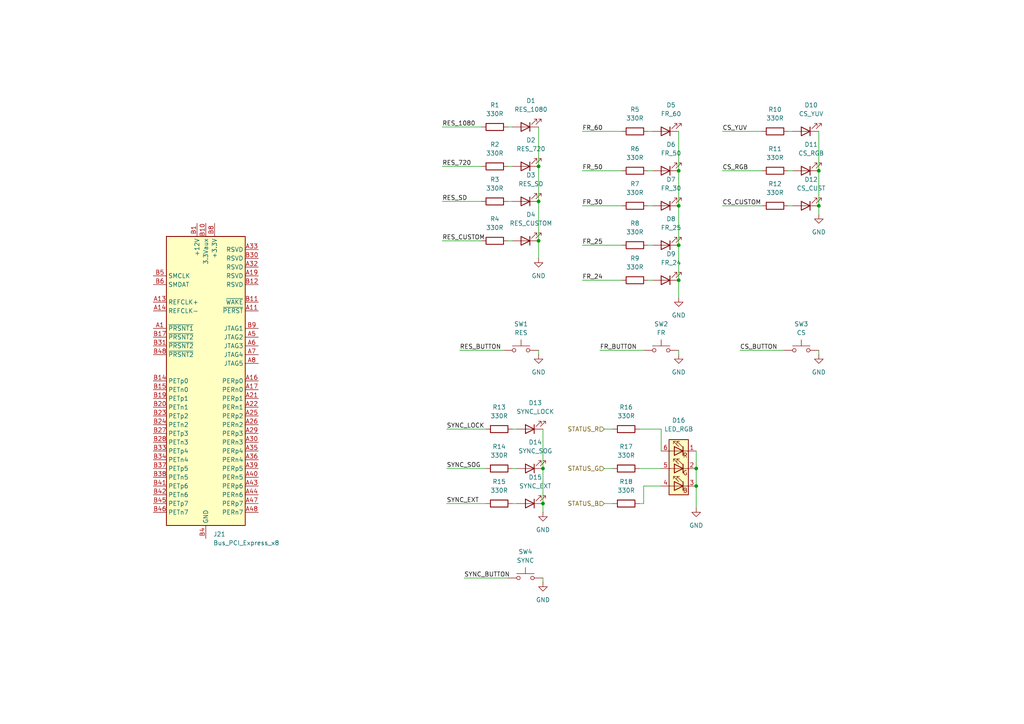
<source format=kicad_sch>
(kicad_sch (version 20250114) (generator "eeschema") (generator_version "9.0")
  (paper "A4")
  (lib_symbols
    (symbol "Connector:Bus_PCI_Express_x8"
      (property "Reference" "J" (at -8.89 43.18 0))
      (property "Value" "Bus_PCI_Express_x8" (at 12.7 43.18 0))
      (symbol "Bus_PCI_Express_x8_0_1"
        (rectangle (start -11.43 41.91) (end 11.43 -41.91) (stroke (width 0.254)) (fill (type background)))
      )
      (symbol "Bus_PCI_Express_x8_1_1"
        (pin input line (at -15.24 30.48 0) (length 3.81) (name "SMCLK") (number "B5"))
        (pin bidirectional line (at -15.24 27.94 0) (length 3.81) (name "SMDAT") (number "B6"))
        (pin input line (at -15.24 22.86 0) (length 3.81) (name "REFCLK+") (number "A13"))
        (pin input line (at -15.24 20.32 0) (length 3.81) (name "REFCLK-") (number "A14"))
        (pin passive line (at -15.24 15.24 0) (length 3.81) (name "~{PRSNT1}") (number "A1"))
        (pin passive line (at -15.24 12.7 0) (length 3.81) (name "~{PRSNT2}") (number "B17"))
        (pin passive line (at -15.24 10.16 0) (length 3.81) (name "~{PRSNT2}") (number "B31"))
        (pin passive line (at -15.24 7.62 0) (length 3.81) (name "~{PRSNT2}") (number "B48"))
        (pin input line (at -15.24 0 0) (length 3.81) (name "PETp0") (number "B14"))
        (pin input line (at -15.24 -2.54 0) (length 3.81) (name "PETn0") (number "B15"))
        (pin input line (at -15.24 -5.08 0) (length 3.81) (name "PETp1") (number "B19"))
        (pin input line (at -15.24 -7.62 0) (length 3.81) (name "PETn1") (number "B20"))
        (pin input line (at -15.24 -10.16 0) (length 3.81) (name "PETp2") (number "B23"))
        (pin input line (at -15.24 -12.7 0) (length 3.81) (name "PETn2") (number "B24"))
        (pin input line (at -15.24 -15.24 0) (length 3.81) (name "PETp3") (number "B27"))
        (pin input line (at -15.24 -17.78 0) (length 3.81) (name "PETn3") (number "B28"))
        (pin input line (at -15.24 -20.32 0) (length 3.81) (name "PETp4") (number "B33"))
        (pin input line (at -15.24 -22.86 0) (length 3.81) (name "PETn4") (number "B34"))
        (pin input line (at -15.24 -25.4 0) (length 3.81) (name "PETp5") (number "B37"))
        (pin input line (at -15.24 -27.94 0) (length 3.81) (name "PETn5") (number "B38"))
        (pin input line (at -15.24 -30.48 0) (length 3.81) (name "PETp6") (number "B41"))
        (pin input line (at -15.24 -33.02 0) (length 3.81) (name "PETn6") (number "B42"))
        (pin input line (at -15.24 -35.56 0) (length 3.81) (name "PETp7") (number "B45"))
        (pin input line (at -15.24 -38.1 0) (length 3.81) (name "PETn7") (number "B46"))
        (pin passive line (at -2.54 45.72 270) (length 3.81) (hide yes) (name "+12V") (number "A2"))
        (pin passive line (at -2.54 45.72 270) (length 3.81) (hide yes) (name "+12V") (number "A3"))
        (pin power_in line (at -2.54 45.72 270) (length 3.81) (name "+12V") (number "B1"))
        (pin passive line (at -2.54 45.72 270) (length 3.81) (hide yes) (name "+12V") (number "B2"))
        (pin passive line (at -2.54 45.72 270) (length 3.81) (hide yes) (name "+12V") (number "B3"))
        (pin power_in line (at 0 45.72 270) (length 3.81) (name "3.3Vaux") (number "B10"))
        (pin passive line (at 0 -45.72 90) (length 3.81) (hide yes) (name "GND") (number "A12"))
        (pin passive line (at 0 -45.72 90) (length 3.81) (hide yes) (name "GND") (number "A15"))
        (pin passive line (at 0 -45.72 90) (length 3.81) (hide yes) (name "GND") (number "A18"))
        (pin passive line (at 0 -45.72 90) (length 3.81) (hide yes) (name "GND") (number "A20"))
        (pin passive line (at 0 -45.72 90) (length 3.81) (hide yes) (name "GND") (number "A23"))
        (pin passive line (at 0 -45.72 90) (length 3.81) (hide yes) (name "GND") (number "A24"))
        (pin passive line (at 0 -45.72 90) (length 3.81) (hide yes) (name "GND") (number "A27"))
        (pin passive line (at 0 -45.72 90) (length 3.81) (hide yes) (name "GND") (number "A28"))
        (pin passive line (at 0 -45.72 90) (length 3.81) (hide yes) (name "GND") (number "A31"))
        (pin passive line (at 0 -45.72 90) (length 3.81) (hide yes) (name "GND") (number "A34"))
        (pin passive line (at 0 -45.72 90) (length 3.81) (hide yes) (name "GND") (number "A37"))
        (pin passive line (at 0 -45.72 90) (length 3.81) (hide yes) (name "GND") (number "A38"))
        (pin passive line (at 0 -45.72 90) (length 3.81) (hide yes) (name "GND") (number "A4"))
        (pin passive line (at 0 -45.72 90) (length 3.81) (hide yes) (name "GND") (number "A41"))
        (pin passive line (at 0 -45.72 90) (length 3.81) (hide yes) (name "GND") (number "A42"))
        (pin passive line (at 0 -45.72 90) (length 3.81) (hide yes) (name "GND") (number "A45"))
        (pin passive line (at 0 -45.72 90) (length 3.81) (hide yes) (name "GND") (number "A46"))
        (pin passive line (at 0 -45.72 90) (length 3.81) (hide yes) (name "GND") (number "A49"))
        (pin passive line (at 0 -45.72 90) (length 3.81) (hide yes) (name "GND") (number "B13"))
        (pin passive line (at 0 -45.72 90) (length 3.81) (hide yes) (name "GND") (number "B16"))
        (pin passive line (at 0 -45.72 90) (length 3.81) (hide yes) (name "GND") (number "B18"))
        (pin passive line (at 0 -45.72 90) (length 3.81) (hide yes) (name "GND") (number "B21"))
        (pin passive line (at 0 -45.72 90) (length 3.81) (hide yes) (name "GND") (number "B22"))
        (pin passive line (at 0 -45.72 90) (length 3.81) (hide yes) (name "GND") (number "B25"))
        (pin passive line (at 0 -45.72 90) (length 3.81) (hide yes) (name "GND") (number "B26"))
        (pin passive line (at 0 -45.72 90) (length 3.81) (hide yes) (name "GND") (number "B29"))
        (pin passive line (at 0 -45.72 90) (length 3.81) (hide yes) (name "GND") (number "B32"))
        (pin passive line (at 0 -45.72 90) (length 3.81) (hide yes) (name "GND") (number "B35"))
        (pin passive line (at 0 -45.72 90) (length 3.81) (hide yes) (name "GND") (number "B36"))
        (pin passive line (at 0 -45.72 90) (length 3.81) (hide yes) (name "GND") (number "B39"))
        (pin power_in line (at 0 -45.72 90) (length 3.81) (name "GND") (number "B4"))
        (pin passive line (at 0 -45.72 90) (length 3.81) (hide yes) (name "GND") (number "B40"))
        (pin passive line (at 0 -45.72 90) (length 3.81) (hide yes) (name "GND") (number "B43"))
        (pin passive line (at 0 -45.72 90) (length 3.81) (hide yes) (name "GND") (number "B44"))
        (pin passive line (at 0 -45.72 90) (length 3.81) (hide yes) (name "GND") (number "B47"))
        (pin passive line (at 0 -45.72 90) (length 3.81) (hide yes) (name "GND") (number "B49"))
        (pin passive line (at 0 -45.72 90) (length 3.81) (hide yes) (name "GND") (number "B7"))
        (pin passive line (at 2.54 45.72 270) (length 3.81) (hide yes) (name "+3.3V") (number "A10"))
        (pin passive line (at 2.54 45.72 270) (length 3.81) (hide yes) (name "+3.3V") (number "A9"))
        (pin power_in line (at 2.54 45.72 270) (length 3.81) (name "+3.3V") (number "B8"))
        (pin passive line (at 15.24 38.1 180) (length 3.81) (name "RSVD") (number "A33"))
        (pin passive line (at 15.24 35.56 180) (length 3.81) (name "RSVD") (number "B30"))
        (pin passive line (at 15.24 33.02 180) (length 3.81) (name "RSVD") (number "A32"))
        (pin passive line (at 15.24 30.48 180) (length 3.81) (name "RSVD") (number "A19"))
        (pin passive line (at 15.24 27.94 180) (length 3.81) (name "RSVD") (number "B12"))
        (pin open_collector line (at 15.24 22.86 180) (length 3.81) (name "~{WAKE}") (number "B11"))
        (pin input line (at 15.24 20.32 180) (length 3.81) (name "~{PERST}") (number "A11"))
        (pin input line (at 15.24 15.24 180) (length 3.81) (name "JTAG1") (number "B9"))
        (pin input line (at 15.24 12.7 180) (length 3.81) (name "JTAG2") (number "A5"))
        (pin input line (at 15.24 10.16 180) (length 3.81) (name "JTAG3") (number "A6"))
        (pin output line (at 15.24 7.62 180) (length 3.81) (name "JTAG4") (number "A7"))
        (pin input line (at 15.24 5.08 180) (length 3.81) (name "JTAG5") (number "A8"))
        (pin output line (at 15.24 0 180) (length 3.81) (name "PERp0") (number "A16"))
        (pin output line (at 15.24 -2.54 180) (length 3.81) (name "PERn0") (number "A17"))
        (pin output line (at 15.24 -5.08 180) (length 3.81) (name "PERp1") (number "A21"))
        (pin output line (at 15.24 -7.62 180) (length 3.81) (name "PERn1") (number "A22"))
        (pin output line (at 15.24 -10.16 180) (length 3.81) (name "PERp2") (number "A25"))
        (pin output line (at 15.24 -12.7 180) (length 3.81) (name "PERn2") (number "A26"))
        (pin output line (at 15.24 -15.24 180) (length 3.81) (name "PERp3") (number "A29"))
        (pin output line (at 15.24 -17.78 180) (length 3.81) (name "PERn3") (number "A30"))
        (pin output line (at 15.24 -20.32 180) (length 3.81) (name "PERp4") (number "A35"))
        (pin output line (at 15.24 -22.86 180) (length 3.81) (name "PERn4") (number "A36"))
        (pin output line (at 15.24 -25.4 180) (length 3.81) (name "PERp5") (number "A39"))
        (pin output line (at 15.24 -27.94 180) (length 3.81) (name "PERn5") (number "A40"))
        (pin output line (at 15.24 -30.48 180) (length 3.81) (name "PERp6") (number "A43"))
        (pin output line (at 15.24 -33.02 180) (length 3.81) (name "PERn6") (number "A44"))
        (pin output line (at 15.24 -35.56 180) (length 3.81) (name "PERp7") (number "A47"))
        (pin output line (at 15.24 -38.1 180) (length 3.81) (name "PERn7") (number "A48"))
      )
    )
    (symbol "Device:LED" (pin_numbers (hide yes)) (pin_names (offset 1.016) (hide yes))
      (property "Reference" "D" (at 0 2.54 0))
      (property "Value" "LED" (at 0 -2.54 0))
      (symbol "LED_0_1"
        (polyline (pts (xy -3.048 -0.762) (xy -4.572 -2.286) (xy -3.81 -2.286) (xy -4.572 -2.286) (xy -4.572 -1.524)))
        (polyline (pts (xy -1.778 -0.762) (xy -3.302 -2.286) (xy -2.54 -2.286) (xy -3.302 -2.286) (xy -3.302 -1.524)))
        (polyline (pts (xy -1.27 0) (xy 1.27 0)))
        (polyline (pts (xy -1.27 -1.27) (xy -1.27 1.27)) (stroke (width 0.254)))
        (polyline (pts (xy 1.27 -1.27) (xy 1.27 1.27) (xy -1.27 0) (xy 1.27 -1.27)) (stroke (width 0.254)))
      )
      (symbol "LED_1_1"
        (pin passive line (at -3.81 0 0) (length 2.54) (name "K") (number "1"))
        (pin passive line (at 3.81 0 180) (length 2.54) (name "A") (number "2"))
      )
    )
    (symbol "Device:LED_RGB" (pin_names (offset 0) (hide yes))
      (property "Reference" "D" (at 0 9.398 0))
      (property "Value" "LED_RGB" (at 0 -8.89 0))
      (symbol "LED_RGB_0_0"
        (text "R" (at -1.905 3.81 0) (effects (font (size 1.27 1.27))))
        (text "G" (at -1.905 -1.27 0) (effects (font (size 1.27 1.27))))
        (text "B" (at -1.905 -6.35 0) (effects (font (size 1.27 1.27))))
      )
      (symbol "LED_RGB_0_1"
        (polyline (pts (xy -1.27 6.35) (xy -1.27 3.81)) (stroke (width 0.254)))
        (polyline (pts (xy -1.27 6.35) (xy -1.27 3.81) (xy -1.27 3.81)))
        (polyline (pts (xy -1.27 5.08) (xy -2.54 5.08)))
        (polyline (pts (xy -1.27 5.08) (xy 1.27 5.08)))
        (polyline (pts (xy -1.27 1.27) (xy -1.27 -1.27)) (stroke (width 0.254)))
        (polyline (pts (xy -1.27 1.27) (xy -1.27 -1.27) (xy -1.27 -1.27)))
        (polyline (pts (xy -1.27 0) (xy -2.54 0)))
        (polyline (pts (xy -1.27 -3.81) (xy -1.27 -6.35)) (stroke (width 0.254)))
        (polyline (pts (xy -1.27 -5.08) (xy -2.54 -5.08)))
        (polyline (pts (xy -1.27 -5.08) (xy 1.27 -5.08)))
        (polyline (pts (xy -1.016 6.35) (xy 0.508 7.874) (xy -0.254 7.874) (xy 0.508 7.874) (xy 0.508 7.112)))
        (polyline (pts (xy -1.016 1.27) (xy 0.508 2.794) (xy -0.254 2.794) (xy 0.508 2.794) (xy 0.508 2.032)))
        (polyline (pts (xy -1.016 -3.81) (xy 0.508 -2.286) (xy -0.254 -2.286) (xy 0.508 -2.286) (xy 0.508 -3.048)))
        (polyline (pts (xy 0 6.35) (xy 1.524 7.874) (xy 0.762 7.874) (xy 1.524 7.874) (xy 1.524 7.112)))
        (polyline (pts (xy 0 1.27) (xy 1.524 2.794) (xy 0.762 2.794) (xy 1.524 2.794) (xy 1.524 2.032)))
        (polyline (pts (xy 0 -3.81) (xy 1.524 -2.286) (xy 0.762 -2.286) (xy 1.524 -2.286) (xy 1.524 -3.048)))
        (polyline (pts (xy 1.27 6.35) (xy 1.27 3.81) (xy -1.27 5.08) (xy 1.27 6.35)) (stroke (width 0.254)))
        (rectangle (start 1.27 6.35) (end 1.27 6.35))
        (polyline (pts (xy 1.27 5.08) (xy 2.54 5.08)))
        (rectangle (start 1.27 3.81) (end 1.27 6.35))
        (polyline (pts (xy 1.27 1.27) (xy 1.27 -1.27) (xy -1.27 0) (xy 1.27 1.27)) (stroke (width 0.254)))
        (rectangle (start 1.27 1.27) (end 1.27 1.27))
        (polyline (pts (xy 1.27 0) (xy -1.27 0)))
        (polyline (pts (xy 1.27 0) (xy 2.54 0)))
        (rectangle (start 1.27 -1.27) (end 1.27 1.27))
        (polyline (pts (xy 1.27 -3.81) (xy 1.27 -6.35) (xy -1.27 -5.08) (xy 1.27 -3.81)) (stroke (width 0.254)))
        (polyline (pts (xy 1.27 -5.08) (xy 2.54 -5.08)))
        (rectangle (start 2.794 8.382) (end -2.794 -7.62) (stroke (width 0.254)) (fill (type background)))
      )
      (symbol "LED_RGB_1_1"
        (pin passive line (at -5.08 5.08 0) (length 2.54) (name "RK") (number "1"))
        (pin passive line (at -5.08 0 0) (length 2.54) (name "GK") (number "2"))
        (pin passive line (at -5.08 -5.08 0) (length 2.54) (name "BK") (number "3"))
        (pin passive line (at 5.08 5.08 180) (length 2.54) (name "RA") (number "6"))
        (pin passive line (at 5.08 0 180) (length 2.54) (name "GA") (number "5"))
        (pin passive line (at 5.08 -5.08 180) (length 2.54) (name "BA") (number "4"))
      )
    )
    (symbol "Device:R" (pin_numbers (hide yes)) (pin_names (offset 0))
      (property "Reference" "R" (at 2.032 0 90))
      (property "Value" "R" (at 0 0 90))
      (symbol "R_0_1"
        (rectangle (start -1.016 -2.54) (end 1.016 2.54) (stroke (width 0.254)))
      )
      (symbol "R_1_1"
        (pin passive line (at 0 3.81 270) (length 1.27) (name "~") (number "1"))
        (pin passive line (at 0 -3.81 90) (length 1.27) (name "~") (number "2"))
      )
    )
    (symbol "Switch:SW_Push" (pin_numbers (hide yes)) (pin_names (offset 1.016) (hide yes))
      (property "Reference" "SW" (at 1.27 2.54 0))
      (property "Value" "SW_Push" (at 0 -1.524 0))
      (symbol "SW_Push_0_1"
        (circle (center -2.032 0) (radius 0.508))
        (polyline (pts (xy 0 1.27) (xy 0 3.048)))
        (circle (center 2.032 0) (radius 0.508))
        (polyline (pts (xy 2.54 1.27) (xy -2.54 1.27)))
        (pin passive line (at -5.08 0 0) (length 2.54) (name "1") (number "1"))
        (pin passive line (at 5.08 0 180) (length 2.54) (name "2") (number "2"))
      )
    )
    (symbol "power:GND" (power) (pin_numbers (hide yes)) (pin_names (offset 0) (hide yes))
      (property "Value" "GND" (at 0 -3.81 0))
      (symbol "GND_0_1"
        (polyline (pts (xy 0 0) (xy 0 -1.27) (xy 1.27 -1.27) (xy 0 -2.54) (xy -1.27 -1.27) (xy 0 -1.27)))
      )
      (symbol "GND_1_1"
        (pin power_in line (at 0 0 270) (length 0) (name "~") (number "1"))
      )
    )
  )
  (junction (at 157.48 146.05))
  (junction (at 196.85 81.28))
  (junction (at 156.21 58.42))
  (junction (at 237.49 59.69))
  (junction (at 196.85 71.12))
  (junction (at 201.93 135.89))
  (junction (at 196.85 49.53))
  (junction (at 201.93 140.97))
  (junction (at 237.49 49.53))
  (junction (at 196.85 59.69))
  (junction (at 156.21 69.85))
  (junction (at 157.48 135.89))
  (junction (at 156.21 48.26))
  (wire (pts (xy 168.91 81.28) (xy 180.34 81.28)))
  (wire (pts (xy 187.96 81.28) (xy 189.23 81.28)))
  (wire (pts (xy 157.48 146.05) (xy 157.48 148.59)))
  (wire (pts (xy 209.55 38.1) (xy 220.98 38.1)))
  (wire (pts (xy 168.91 71.12) (xy 180.34 71.12)))
  (wire (pts (xy 196.85 71.12) (xy 196.85 81.28)))
  (wire (pts (xy 187.96 38.1) (xy 189.23 38.1)))
  (wire (pts (xy 147.32 36.83) (xy 148.59 36.83)))
  (wire (pts (xy 187.96 49.53) (xy 189.23 49.53)))
  (wire (pts (xy 201.93 135.89) (xy 201.93 140.97)))
  (wire (pts (xy 128.27 58.42) (xy 139.7 58.42)))
  (wire (pts (xy 237.49 59.69) (xy 237.49 62.23)))
  (wire (pts (xy 201.93 140.97) (xy 201.93 147.32)))
  (wire (pts (xy 186.69 146.05) (xy 186.69 140.97)))
  (wire (pts (xy 157.48 124.46) (xy 157.48 135.89)))
  (wire (pts (xy 148.59 135.89) (xy 149.86 135.89)))
  (wire (pts (xy 157.48 135.89) (xy 157.48 146.05)))
  (wire (pts (xy 175.26 124.46) (xy 177.8 124.46)))
  (wire (pts (xy 147.32 58.42) (xy 148.59 58.42)))
  (wire (pts (xy 185.42 124.46) (xy 191.77 124.46)))
  (wire (pts (xy 168.91 38.1) (xy 180.34 38.1)))
  (wire (pts (xy 156.21 48.26) (xy 156.21 58.42)))
  (wire (pts (xy 156.21 101.6) (xy 156.21 102.87)))
  (wire (pts (xy 147.32 69.85) (xy 148.59 69.85)))
  (wire (pts (xy 156.21 58.42) (xy 156.21 69.85)))
  (wire (pts (xy 168.91 59.69) (xy 180.34 59.69)))
  (wire (pts (xy 237.49 49.53) (xy 237.49 59.69)))
  (wire (pts (xy 196.85 49.53) (xy 196.85 59.69)))
  (wire (pts (xy 157.48 167.64) (xy 157.48 168.91)))
  (wire (pts (xy 196.85 38.1) (xy 196.85 49.53)))
  (wire (pts (xy 185.42 146.05) (xy 186.69 146.05)))
  (wire (pts (xy 148.59 124.46) (xy 149.86 124.46)))
  (wire (pts (xy 129.54 135.89) (xy 140.97 135.89)))
  (wire (pts (xy 187.96 59.69) (xy 189.23 59.69)))
  (wire (pts (xy 237.49 38.1) (xy 237.49 49.53)))
  (wire (pts (xy 186.69 140.97) (xy 191.77 140.97)))
  (wire (pts (xy 228.6 49.53) (xy 229.87 49.53)))
  (wire (pts (xy 201.93 130.81) (xy 201.93 135.89)))
  (wire (pts (xy 133.35 101.6) (xy 146.05 101.6)))
  (wire (pts (xy 196.85 81.28) (xy 196.85 86.36)))
  (wire (pts (xy 209.55 59.69) (xy 220.98 59.69)))
  (wire (pts (xy 175.26 146.05) (xy 177.8 146.05)))
  (wire (pts (xy 173.99 101.6) (xy 186.69 101.6)))
  (wire (pts (xy 175.26 135.89) (xy 177.8 135.89)))
  (wire (pts (xy 228.6 59.69) (xy 229.87 59.69)))
  (wire (pts (xy 129.54 146.05) (xy 140.97 146.05)))
  (wire (pts (xy 147.32 48.26) (xy 148.59 48.26)))
  (wire (pts (xy 128.27 36.83) (xy 139.7 36.83)))
  (wire (pts (xy 128.27 48.26) (xy 139.7 48.26)))
  (wire (pts (xy 128.27 69.85) (xy 139.7 69.85)))
  (wire (pts (xy 156.21 36.83) (xy 156.21 48.26)))
  (wire (pts (xy 134.62 167.64) (xy 147.32 167.64)))
  (wire (pts (xy 156.21 69.85) (xy 156.21 74.93)))
  (wire (pts (xy 237.49 101.6) (xy 237.49 102.87)))
  (wire (pts (xy 209.55 49.53) (xy 220.98 49.53)))
  (wire (pts (xy 191.77 124.46) (xy 191.77 130.81)))
  (wire (pts (xy 214.63 101.6) (xy 227.33 101.6)))
  (wire (pts (xy 185.42 135.89) (xy 191.77 135.89)))
  (wire (pts (xy 196.85 101.6) (xy 196.85 102.87)))
  (wire (pts (xy 129.54 124.46) (xy 140.97 124.46)))
  (wire (pts (xy 187.96 71.12) (xy 189.23 71.12)))
  (wire (pts (xy 148.59 146.05) (xy 149.86 146.05)))
  (wire (pts (xy 228.6 38.1) (xy 229.87 38.1)))
  (wire (pts (xy 196.85 59.69) (xy 196.85 71.12)))
  (wire (pts (xy 168.91 49.53) (xy 180.34 49.53)))
  (label "SYNC_EXT" (at 129.54 146.05 0))
  (label "CS_CUSTOM" (at 209.55 59.69 0))
  (label "FR_24" (at 168.91 81.28 0))
  (label "FR_25" (at 168.91 71.12 0))
  (label "SYNC_SOG" (at 129.54 135.89 0))
  (label "FR_BUTTON" (at 173.99 101.6 0))
  (label "RES_SD" (at 128.27 58.42 0))
  (label "SYNC_LOCK" (at 129.54 124.46 0))
  (label "FR_30" (at 168.91 59.69 0))
  (label "CS_YUV" (at 209.55 38.1 0))
  (label "FR_50" (at 168.91 49.53 0))
  (label "RES_1080" (at 128.27 36.83 0))
  (label "CS_RGB" (at 209.55 49.53 0))
  (label "RES_BUTTON" (at 133.35 101.6 0))
  (label "FR_60" (at 168.91 38.1 0))
  (label "SYNC_BUTTON" (at 134.62 167.64 0))
  (label "CS_BUTTON" (at 214.63 101.6 0))
  (label "RES_CUSTOM" (at 128.27 69.85 0))
  (label "RES_720" (at 128.27 48.26 0))
  (hierarchical_label "STATUS_R" (shape input) (at 175.26 124.46 180))
  (hierarchical_label "STATUS_G" (shape input) (at 175.26 135.89 180))
  (hierarchical_label "STATUS_B" (shape input) (at 175.26 146.05 180))
  (symbol (lib_id "Device:R") (at 184.15 49.53 90) (unit 1)
    (property "Reference" "R6" (at 184.15 43.18 90))
    (property "Value" "330R" (at 184.15 45.72 90))
    (property "Footprint" "Resistor_SMD:R_0402_1005Metric" (effects (hide yes)))
    (property "Description" "Resistor" (effects (hide yes)))
  )
  (symbol (lib_id "Device:R") (at 184.15 71.12 90) (unit 1)
    (property "Reference" "R8" (at 184.15 64.77 90))
    (property "Value" "330R" (at 184.15 67.31 90))
    (property "Footprint" "Resistor_SMD:R_0402_1005Metric" (effects (hide yes)))
    (property "Description" "Resistor" (effects (hide yes)))
  )
  (symbol (lib_id "Device:R") (at 144.78 135.89 90) (unit 1)
    (property "Reference" "R14" (at 144.78 129.54 90))
    (property "Value" "330R" (at 144.78 132.08 90))
    (property "Footprint" "Resistor_SMD:R_0402_1005Metric" (effects (hide yes)))
    (property "Description" "Resistor" (effects (hide yes)))
  )
  (symbol (lib_id "power:GND") (at 237.49 102.87 0) (unit 1)
    (property "Reference" "#PWR027" (effects (hide yes)))
    (property "Value" "GND" (at 237.49 107.95 0))
    (property "Description" "Power symbol creates a global label with name \"GND\" , ground" (effects (hide yes)))
  )
  (symbol (lib_id "Device:LED") (at 193.04 59.69 180) (unit 1)
    (property "Reference" "D7" (at 194.6275 52.07 0))
    (property "Value" "FR_30" (at 194.6275 54.61 0))
    (property "Footprint" "LED_SMD:LED_0805_2012Metric" (effects (hide yes)))
    (property "Description" "Light emitting diode" (effects (hide yes)))
    (property "Sim.Pins" "1=K 2=A" (effects (hide yes)))
  )
  (symbol (lib_id "Device:R") (at 224.79 38.1 90) (unit 1)
    (property "Reference" "R10" (at 224.79 31.75 90))
    (property "Value" "330R" (at 224.79 34.29 90))
    (property "Footprint" "Resistor_SMD:R_0402_1005Metric" (effects (hide yes)))
    (property "Description" "Resistor" (effects (hide yes)))
  )
  (symbol (lib_id "Device:LED") (at 233.68 38.1 180) (unit 1)
    (property "Reference" "D10" (at 235.2675 30.48 0))
    (property "Value" "CS_YUV" (at 235.2675 33.02 0))
    (property "Footprint" "LED_SMD:LED_0805_2012Metric" (effects (hide yes)))
    (property "Description" "Light emitting diode" (effects (hide yes)))
    (property "Sim.Pins" "1=K 2=A" (effects (hide yes)))
  )
  (symbol (lib_id "Device:R") (at 181.61 146.05 90) (unit 1)
    (property "Reference" "R18" (at 181.61 139.7 90))
    (property "Value" "330R" (at 181.61 142.24 90))
    (property "Footprint" "Resistor_SMD:R_0402_1005Metric" (effects (hide yes)))
    (property "Description" "Resistor" (effects (hide yes)))
  )
  (symbol (lib_id "Switch:SW_Push") (at 191.77 101.6 0) (unit 1)
    (property "Reference" "SW2" (at 191.77 93.98 0))
    (property "Value" "FR" (at 191.77 96.52 0))
    (property "Footprint" "Button_Switch_THT:KSA_Tactile_SPST" (effects (hide yes)))
    (property "Description" "Push button switch, generic, two pins" (effects (hide yes)))
  )
  (symbol (lib_id "Device:R") (at 184.15 59.69 90) (unit 1)
    (property "Reference" "R7" (at 184.15 53.34 90))
    (property "Value" "330R" (at 184.15 55.88 90))
    (property "Footprint" "Resistor_SMD:R_0402_1005Metric" (effects (hide yes)))
    (property "Description" "Resistor" (effects (hide yes)))
  )
  (symbol (lib_id "Device:R") (at 143.51 58.42 90) (unit 1)
    (property "Reference" "R3" (at 143.51 52.07 90))
    (property "Value" "330R" (at 143.51 54.61 90))
    (property "Footprint" "Resistor_SMD:R_0402_1005Metric" (effects (hide yes)))
    (property "Description" "Resistor" (effects (hide yes)))
  )
  (symbol (lib_id "Device:R") (at 144.78 146.05 90) (unit 1)
    (property "Reference" "R15" (at 144.78 139.7 90))
    (property "Value" "330R" (at 144.78 142.24 90))
    (property "Footprint" "Resistor_SMD:R_0402_1005Metric" (effects (hide yes)))
    (property "Description" "Resistor" (effects (hide yes)))
  )
  (symbol (lib_id "Device:R") (at 181.61 135.89 90) (unit 1)
    (property "Reference" "R17" (at 181.61 129.54 90))
    (property "Value" "330R" (at 181.61 132.08 90))
    (property "Footprint" "Resistor_SMD:R_0402_1005Metric" (effects (hide yes)))
    (property "Description" "Resistor" (effects (hide yes)))
  )
  (symbol (lib_id "Device:LED") (at 193.04 71.12 180) (unit 1)
    (property "Reference" "D8" (at 194.6275 63.5 0))
    (property "Value" "FR_25" (at 194.6275 66.04 0))
    (property "Footprint" "LED_SMD:LED_0805_2012Metric" (effects (hide yes)))
    (property "Description" "Light emitting diode" (effects (hide yes)))
    (property "Sim.Pins" "1=K 2=A" (effects (hide yes)))
  )
  (symbol (lib_id "power:GND") (at 237.49 62.23 0) (unit 1)
    (property "Reference" "#PWR019" (effects (hide yes)))
    (property "Value" "GND" (at 237.49 67.31 0))
    (property "Description" "Power symbol creates a global label with name \"GND\" , ground" (effects (hide yes)))
  )
  (symbol (lib_id "Device:LED") (at 233.68 49.53 180) (unit 1)
    (property "Reference" "D11" (at 235.2675 41.91 0))
    (property "Value" "CS_RGB" (at 235.2675 44.45 0))
    (property "Footprint" "LED_SMD:LED_0805_2012Metric" (effects (hide yes)))
    (property "Description" "Light emitting diode" (effects (hide yes)))
    (property "Sim.Pins" "1=K 2=A" (effects (hide yes)))
  )
  (symbol (lib_id "Device:R") (at 224.79 49.53 90) (unit 1)
    (property "Reference" "R11" (at 224.79 43.18 90))
    (property "Value" "330R" (at 224.79 45.72 90))
    (property "Footprint" "Resistor_SMD:R_0402_1005Metric" (effects (hide yes)))
    (property "Description" "Resistor" (effects (hide yes)))
  )
  (symbol (lib_id "Device:R") (at 224.79 59.69 90) (unit 1)
    (property "Reference" "R12" (at 224.79 53.34 90))
    (property "Value" "330R" (at 224.79 55.88 90))
    (property "Footprint" "Resistor_SMD:R_0402_1005Metric" (effects (hide yes)))
    (property "Description" "Resistor" (effects (hide yes)))
  )
  (symbol (lib_id "Device:LED") (at 152.4 58.42 180) (unit 1)
    (property "Reference" "D3" (at 153.9875 50.8 0))
    (property "Value" "RES_SD" (at 153.9875 53.34 0))
    (property "Footprint" "LED_SMD:LED_0805_2012Metric" (effects (hide yes)))
    (property "Description" "Light emitting diode" (effects (hide yes)))
    (property "Sim.Pins" "1=K 2=A" (effects (hide yes)))
  )
  (symbol (lib_id "power:GND") (at 157.48 168.91 0) (unit 1)
    (property "Reference" "#PWR028" (effects (hide yes)))
    (property "Value" "GND" (at 157.48 173.99 0))
    (property "Description" "Power symbol creates a global label with name \"GND\" , ground" (effects (hide yes)))
  )
  (symbol (lib_id "Switch:SW_Push") (at 232.41 101.6 0) (unit 1)
    (property "Reference" "SW3" (at 232.41 93.98 0))
    (property "Value" "CS" (at 232.41 96.52 0))
    (property "Footprint" "Button_Switch_THT:KSA_Tactile_SPST" (effects (hide yes)))
    (property "Description" "Push button switch, generic, two pins" (effects (hide yes)))
  )
  (symbol (lib_id "power:GND") (at 156.21 102.87 0) (unit 1)
    (property "Reference" "#PWR036" (effects (hide yes)))
    (property "Value" "GND" (at 156.21 107.95 0))
    (property "Description" "Power symbol creates a global label with name \"GND\" , ground" (effects (hide yes)))
  )
  (symbol (lib_id "Device:LED") (at 193.04 49.53 180) (unit 1)
    (property "Reference" "D6" (at 194.6275 41.91 0))
    (property "Value" "FR_50" (at 194.6275 44.45 0))
    (property "Footprint" "LED_SMD:LED_0805_2012Metric" (effects (hide yes)))
    (property "Description" "Light emitting diode" (effects (hide yes)))
    (property "Sim.Pins" "1=K 2=A" (effects (hide yes)))
  )
  (symbol (lib_id "power:GND") (at 196.85 102.87 0) (unit 1)
    (property "Reference" "#PWR026" (effects (hide yes)))
    (property "Value" "GND" (at 196.85 107.95 0))
    (property "Description" "Power symbol creates a global label with name \"GND\" , ground" (effects (hide yes)))
  )
  (symbol (lib_id "power:GND") (at 201.93 147.32 0) (unit 1)
    (property "Reference" "#PWR025" (effects (hide yes)))
    (property "Value" "GND" (at 201.93 152.4 0))
    (property "Description" "Power symbol creates a global label with name \"GND\" , ground" (effects (hide yes)))
  )
  (symbol (lib_id "Device:R") (at 181.61 124.46 90) (unit 1)
    (property "Reference" "R16" (at 181.61 118.11 90))
    (property "Value" "330R" (at 181.61 120.65 90))
    (property "Footprint" "Resistor_SMD:R_0402_1005Metric" (effects (hide yes)))
    (property "Description" "Resistor" (effects (hide yes)))
  )
  (symbol (lib_id "Device:R") (at 143.51 36.83 90) (unit 1)
    (property "Reference" "R1" (at 143.51 30.48 90))
    (property "Value" "330R" (at 143.51 33.02 90))
    (property "Footprint" "Resistor_SMD:R_0402_1005Metric" (effects (hide yes)))
    (property "Description" "Resistor" (effects (hide yes)))
  )
  (symbol (lib_id "Switch:SW_Push") (at 151.13 101.6 0) (unit 1)
    (property "Reference" "SW1" (at 151.13 93.98 0))
    (property "Value" "RES" (at 151.13 96.52 0))
    (property "Footprint" "Button_Switch_THT:KSA_Tactile_SPST" (effects (hide yes)))
    (property "Description" "Push button switch, generic, two pins" (effects (hide yes)))
  )
  (symbol (lib_id "Device:LED") (at 153.67 135.89 180) (unit 1)
    (property "Reference" "D14" (at 155.2575 128.27 0))
    (property "Value" "SYNC_SOG" (at 155.2575 130.81 0))
    (property "Footprint" "LED_SMD:LED_0805_2012Metric" (effects (hide yes)))
    (property "Description" "Light emitting diode" (effects (hide yes)))
    (property "Sim.Pins" "1=K 2=A" (effects (hide yes)))
  )
  (symbol (lib_id "Switch:SW_Push") (at 152.4 167.64 0) (unit 1)
    (property "Reference" "SW4" (at 152.4 160.02 0))
    (property "Value" "SYNC" (at 152.4 162.56 0))
    (property "Footprint" "Button_Switch_THT:KSA_Tactile_SPST" (effects (hide yes)))
    (property "Description" "Push button switch, generic, two pins" (effects (hide yes)))
  )
  (symbol (lib_id "Device:R") (at 184.15 81.28 90) (unit 1)
    (property "Reference" "R9" (at 184.15 74.93 90))
    (property "Value" "330R" (at 184.15 77.47 90))
    (property "Footprint" "Resistor_SMD:R_0402_1005Metric" (effects (hide yes)))
    (property "Description" "Resistor" (effects (hide yes)))
  )
  (symbol (lib_id "Device:LED") (at 152.4 69.85 180) (unit 1)
    (property "Reference" "D4" (at 153.9875 62.23 0))
    (property "Value" "RES_CUSTOM" (at 153.9875 64.77 0))
    (property "Footprint" "LED_SMD:LED_0805_2012Metric" (effects (hide yes)))
    (property "Description" "Light emitting diode" (effects (hide yes)))
    (property "Sim.Pins" "1=K 2=A" (effects (hide yes)))
  )
  (symbol (lib_id "Device:LED") (at 193.04 81.28 180) (unit 1)
    (property "Reference" "D9" (at 194.6275 73.66 0))
    (property "Value" "FR_24" (at 194.6275 76.2 0))
    (property "Footprint" "LED_SMD:LED_0805_2012Metric" (effects (hide yes)))
    (property "Description" "Light emitting diode" (effects (hide yes)))
    (property "Sim.Pins" "1=K 2=A" (effects (hide yes)))
  )
  (symbol (lib_id "Device:R") (at 143.51 48.26 90) (unit 1)
    (property "Reference" "R2" (at 143.51 41.91 90))
    (property "Value" "330R" (at 143.51 44.45 90))
    (property "Footprint" "Resistor_SMD:R_0402_1005Metric" (effects (hide yes)))
    (property "Description" "Resistor" (effects (hide yes)))
  )
  (symbol (lib_id "Device:LED") (at 153.67 146.05 180) (unit 1)
    (property "Reference" "D15" (at 155.2575 138.43 0))
    (property "Value" "SYNC_EXT" (at 155.2575 140.97 0))
    (property "Footprint" "LED_SMD:LED_0805_2012Metric" (effects (hide yes)))
    (property "Description" "Light emitting diode" (effects (hide yes)))
    (property "Sim.Pins" "1=K 2=A" (effects (hide yes)))
  )
  (symbol (lib_id "Device:LED") (at 193.04 38.1 180) (unit 1)
    (property "Reference" "D5" (at 194.6275 30.48 0))
    (property "Value" "FR_60" (at 194.6275 33.02 0))
    (property "Footprint" "LED_SMD:LED_0805_2012Metric" (effects (hide yes)))
    (property "Description" "Light emitting diode" (effects (hide yes)))
    (property "Sim.Pins" "1=K 2=A" (effects (hide yes)))
  )
  (symbol (lib_id "power:GND") (at 196.85 86.36 0) (unit 1)
    (property "Reference" "#PWR018" (effects (hide yes)))
    (property "Value" "GND" (at 196.85 91.44 0))
    (property "Description" "Power symbol creates a global label with name \"GND\" , ground" (effects (hide yes)))
  )
  (symbol (lib_id "Device:LED") (at 233.68 59.69 180) (unit 1)
    (property "Reference" "D12" (at 235.2675 52.07 0))
    (property "Value" "CS_CUST" (at 235.2675 54.61 0))
    (property "Footprint" "LED_SMD:LED_0805_2012Metric" (effects (hide yes)))
    (property "Description" "Light emitting diode" (effects (hide yes)))
    (property "Sim.Pins" "1=K 2=A" (effects (hide yes)))
  )
  (symbol (lib_id "Connector:Bus_PCI_Express_x8") (at 59.69 110.49 0) (unit 1)
    (property "Reference" "J21" (at 61.8333 154.94 0) (effects (justify left)))
    (property "Value" "Bus_PCI_Express_x8" (at 61.8333 157.48 0) (effects (justify left)))
    (property "Footprint" "Connector_PCBEdge:BUS_PCIexpress_x8" (effects (hide yes)))
    (property "Datasheet" "http://www.ritrontek.com/uploadfile/2016/1026/20161026105231124.pdf#page=63" (effects (hide yes)))
    (property "Description" "PCI Express bus connector x8" (effects (hide yes)))
  )
  (symbol (lib_id "Device:R") (at 184.15 38.1 90) (unit 1)
    (property "Reference" "R5" (at 184.15 31.75 90))
    (property "Value" "330R" (at 184.15 34.29 90))
    (property "Footprint" "Resistor_SMD:R_0402_1005Metric" (effects (hide yes)))
    (property "Description" "Resistor" (effects (hide yes)))
  )
  (symbol (lib_id "Device:LED_RGB") (at 196.85 135.89 0) (mirror y) (unit 1)
    (property "Reference" "D16" (at 196.85 121.92 0))
    (property "Value" "LED_RGB" (at 196.85 124.46 0))
    (property "Footprint" "LED_SMD:LED_RGB_Wuerth-PLCC4_3.2x2.8mm_150141M173100" (effects (hide yes)))
    (property "Description" "RGB LED, 6 pin package" (effects (hide yes)))
  )
  (symbol (lib_id "Device:R") (at 144.78 124.46 90) (unit 1)
    (property "Reference" "R13" (at 144.78 118.11 90))
    (property "Value" "330R" (at 144.78 120.65 90))
    (property "Footprint" "Resistor_SMD:R_0402_1005Metric" (effects (hide yes)))
    (property "Description" "Resistor" (effects (hide yes)))
  )
  (symbol (lib_id "Device:LED") (at 152.4 36.83 180) (unit 1)
    (property "Reference" "D1" (at 153.9875 29.21 0))
    (property "Value" "RES_1080" (at 153.9875 31.75 0))
    (property "Footprint" "LED_SMD:LED_0805_2012Metric" (effects (hide yes)))
    (property "Description" "Light emitting diode" (effects (hide yes)))
    (property "Sim.Pins" "1=K 2=A" (effects (hide yes)))
  )
  (symbol (lib_id "power:GND") (at 157.48 148.59 0) (unit 1)
    (property "Reference" "#PWR020" (effects (hide yes)))
    (property "Value" "GND" (at 157.48 153.67 0))
    (property "Description" "Power symbol creates a global label with name \"GND\" , ground" (effects (hide yes)))
  )
  (symbol (lib_id "Device:LED") (at 153.67 124.46 180) (unit 1)
    (property "Reference" "D13" (at 155.2575 116.84 0))
    (property "Value" "SYNC_LOCK" (at 155.2575 119.38 0))
    (property "Footprint" "LED_SMD:LED_0805_2012Metric" (effects (hide yes)))
    (property "Description" "Light emitting diode" (effects (hide yes)))
    (property "Sim.Pins" "1=K 2=A" (effects (hide yes)))
  )
  (symbol (lib_id "Device:R") (at 143.51 69.85 90) (unit 1)
    (property "Reference" "R4" (at 143.51 63.5 90))
    (property "Value" "330R" (at 143.51 66.04 90))
    (property "Footprint" "Resistor_SMD:R_0402_1005Metric" (effects (hide yes)))
    (property "Description" "Resistor" (effects (hide yes)))
  )
  (symbol (lib_id "power:GND") (at 156.21 74.93 0) (unit 1)
    (property "Reference" "#PWR017" (effects (hide yes)))
    (property "Value" "GND" (at 156.21 80.01 0))
    (property "Description" "Power symbol creates a global label with name \"GND\" , ground" (effects (hide yes)))
  )
  (symbol (lib_id "Device:LED") (at 152.4 48.26 180) (unit 1)
    (property "Reference" "D2" (at 153.9875 40.64 0))
    (property "Value" "RES_720" (at 153.9875 43.18 0))
    (property "Footprint" "LED_SMD:LED_0805_2012Metric" (effects (hide yes)))
    (property "Description" "Light emitting diode" (effects (hide yes)))
    (property "Sim.Pins" "1=K 2=A" (effects (hide yes)))
  )
)
</source>
